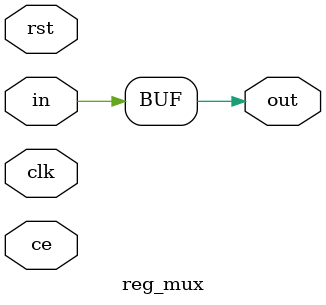
<source format=v>
module reg_mux (
    in,out,clk,rst,ce 
);

parameter SEL=0,WIDTH=1,RSTTYPE="SYNC";
input clk,rst,ce;
input [WIDTH-1:0] in ;
output  [WIDTH-1:0] out;// output of the mux block

reg [WIDTH-1:0] out_reg;//output of the register block



always @(posedge clk or posedge rst ) begin// 1st always block for real logic and equating the typical parameters,,1st block if rst asyncchronus he will enter one always only may be
    if(RSTTYPE=="ASYNC")begin
    if (rst) begin
        out_reg<=0;
    end
 else if(ce) begin
    out_reg<=in;
 end

end
end

always @(posedge clk) begin// 2always block for the logic using reg wire for the register block
    if (ce) begin
       if(rst) out_reg<=0;
    
    else begin
        out_reg<=in;
    end
    end
end

assign out=(SEL==1)? out_reg:in;
  
endmodule
</source>
